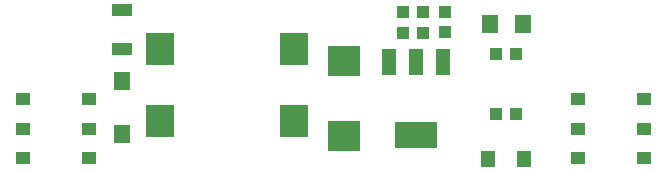
<source format=gbr>
G04 EAGLE Gerber RS-274X export*
G75*
%MOMM*%
%FSLAX34Y34*%
%LPD*%
%INSolderpaste Top*%
%IPPOS*%
%AMOC8*
5,1,8,0,0,1.08239X$1,22.5*%
G01*
%ADD10R,1.000000X1.100000*%
%ADD11R,2.700000X2.550000*%
%ADD12R,1.100000X1.000000*%
%ADD13R,1.400000X1.600000*%
%ADD14R,1.200000X1.400000*%
%ADD15R,1.219200X2.235200*%
%ADD16R,3.600000X2.200000*%
%ADD17R,1.800000X1.000000*%
%ADD18R,2.400000X2.800000*%
%ADD19R,1.470000X1.524000*%
%ADD20R,1.150000X1.000000*%


D10*
X367030Y149470D03*
X367030Y132470D03*
D11*
X281940Y44500D03*
X281940Y107900D03*
D12*
X348860Y132080D03*
X331860Y132080D03*
X427600Y63500D03*
X410600Y63500D03*
D13*
X405100Y139700D03*
X433100Y139700D03*
D14*
X434100Y25400D03*
X404100Y25400D03*
D12*
X427600Y114300D03*
X410600Y114300D03*
D15*
X366014Y107188D03*
X342900Y107188D03*
X319786Y107188D03*
D16*
X342900Y45210D03*
D17*
X93980Y118080D03*
X93980Y151160D03*
D18*
X125880Y57150D03*
X239880Y57150D03*
X125880Y118150D03*
X239880Y118150D03*
D19*
X93980Y45974D03*
X93980Y91186D03*
D20*
X479750Y75800D03*
X479750Y50800D03*
X479750Y25800D03*
X536250Y75800D03*
X536250Y50800D03*
X536250Y25800D03*
D12*
X331860Y149860D03*
X348860Y149860D03*
D20*
X66350Y25800D03*
X66350Y50800D03*
X66350Y75800D03*
X9850Y25800D03*
X9850Y50800D03*
X9850Y75800D03*
M02*

</source>
